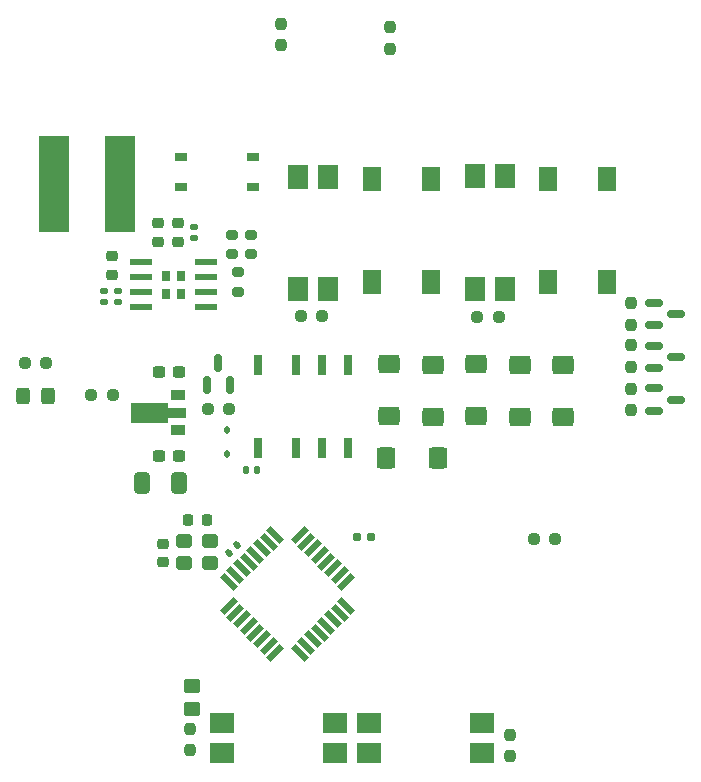
<source format=gbr>
%TF.GenerationSoftware,KiCad,Pcbnew,8.0.2*%
%TF.CreationDate,2024-08-03T08:51:49+02:00*%
%TF.ProjectId,BloX_ABC_MkII,426c6f58-5f41-4424-935f-4d6b49492e6b,rev?*%
%TF.SameCoordinates,Original*%
%TF.FileFunction,Paste,Top*%
%TF.FilePolarity,Positive*%
%FSLAX46Y46*%
G04 Gerber Fmt 4.6, Leading zero omitted, Abs format (unit mm)*
G04 Created by KiCad (PCBNEW 8.0.2) date 2024-08-03 08:51:49*
%MOMM*%
%LPD*%
G01*
G04 APERTURE LIST*
G04 Aperture macros list*
%AMRoundRect*
0 Rectangle with rounded corners*
0 $1 Rounding radius*
0 $2 $3 $4 $5 $6 $7 $8 $9 X,Y pos of 4 corners*
0 Add a 4 corners polygon primitive as box body*
4,1,4,$2,$3,$4,$5,$6,$7,$8,$9,$2,$3,0*
0 Add four circle primitives for the rounded corners*
1,1,$1+$1,$2,$3*
1,1,$1+$1,$4,$5*
1,1,$1+$1,$6,$7*
1,1,$1+$1,$8,$9*
0 Add four rect primitives between the rounded corners*
20,1,$1+$1,$2,$3,$4,$5,0*
20,1,$1+$1,$4,$5,$6,$7,0*
20,1,$1+$1,$6,$7,$8,$9,0*
20,1,$1+$1,$8,$9,$2,$3,0*%
%AMRotRect*
0 Rectangle, with rotation*
0 The origin of the aperture is its center*
0 $1 length*
0 $2 width*
0 $3 Rotation angle, in degrees counterclockwise*
0 Add horizontal line*
21,1,$1,$2,0,0,$3*%
%AMFreePoly0*
4,1,9,3.862500,-0.866500,0.737500,-0.866500,0.737500,-0.450000,-0.737500,-0.450000,-0.737500,0.450000,0.737500,0.450000,0.737500,0.866500,3.862500,0.866500,3.862500,-0.866500,3.862500,-0.866500,$1*%
G04 Aperture macros list end*
%ADD10R,2.600000X8.200000*%
%ADD11RoundRect,0.237500X0.250000X0.237500X-0.250000X0.237500X-0.250000X-0.237500X0.250000X-0.237500X0*%
%ADD12R,2.000000X1.780000*%
%ADD13RoundRect,0.140000X-0.170000X0.140000X-0.170000X-0.140000X0.170000X-0.140000X0.170000X0.140000X0*%
%ADD14RoundRect,0.200000X0.275000X-0.200000X0.275000X0.200000X-0.275000X0.200000X-0.275000X-0.200000X0*%
%ADD15RoundRect,0.237500X-0.237500X0.250000X-0.237500X-0.250000X0.237500X-0.250000X0.237500X0.250000X0*%
%ADD16RoundRect,0.285714X-0.514286X-0.614286X0.514286X-0.614286X0.514286X0.614286X-0.514286X0.614286X0*%
%ADD17RoundRect,0.285714X0.614286X-0.514286X0.614286X0.514286X-0.614286X0.514286X-0.614286X-0.514286X0*%
%ADD18R,1.300000X0.900000*%
%ADD19FreePoly0,180.000000*%
%ADD20RoundRect,0.237500X0.237500X-0.250000X0.237500X0.250000X-0.237500X0.250000X-0.237500X-0.250000X0*%
%ADD21R,1.780000X2.000000*%
%ADD22RoundRect,0.237500X0.300000X0.237500X-0.300000X0.237500X-0.300000X-0.237500X0.300000X-0.237500X0*%
%ADD23RoundRect,0.150000X-0.587500X-0.150000X0.587500X-0.150000X0.587500X0.150000X-0.587500X0.150000X0*%
%ADD24RoundRect,0.250000X0.412500X0.650000X-0.412500X0.650000X-0.412500X-0.650000X0.412500X-0.650000X0*%
%ADD25RoundRect,0.225000X-0.225000X-0.250000X0.225000X-0.250000X0.225000X0.250000X-0.225000X0.250000X0*%
%ADD26RoundRect,0.160000X0.197500X0.160000X-0.197500X0.160000X-0.197500X-0.160000X0.197500X-0.160000X0*%
%ADD27RotRect,1.600000X0.550000X315.000000*%
%ADD28RotRect,1.600000X0.550000X45.000000*%
%ADD29RoundRect,0.140000X0.140000X0.170000X-0.140000X0.170000X-0.140000X-0.170000X0.140000X-0.170000X0*%
%ADD30RoundRect,0.237500X-0.250000X-0.237500X0.250000X-0.237500X0.250000X0.237500X-0.250000X0.237500X0*%
%ADD31RoundRect,0.250000X0.325000X0.450000X-0.325000X0.450000X-0.325000X-0.450000X0.325000X-0.450000X0*%
%ADD32RoundRect,0.285714X-0.614286X0.514286X-0.614286X-0.514286X0.614286X-0.514286X0.614286X0.514286X0*%
%ADD33RoundRect,0.225000X-0.250000X0.225000X-0.250000X-0.225000X0.250000X-0.225000X0.250000X0.225000X0*%
%ADD34RoundRect,0.200000X-0.275000X0.200000X-0.275000X-0.200000X0.275000X-0.200000X0.275000X0.200000X0*%
%ADD35RoundRect,0.112500X0.112500X-0.187500X0.112500X0.187500X-0.112500X0.187500X-0.112500X-0.187500X0*%
%ADD36R,1.910000X0.610000*%
%ADD37R,0.723000X0.930000*%
%ADD38R,0.800000X1.800000*%
%ADD39RoundRect,0.225000X0.250000X-0.225000X0.250000X0.225000X-0.250000X0.225000X-0.250000X-0.225000X0*%
%ADD40RoundRect,0.140000X0.021213X-0.219203X0.219203X-0.021213X-0.021213X0.219203X-0.219203X0.021213X0*%
%ADD41RoundRect,0.300000X0.400000X0.300000X-0.400000X0.300000X-0.400000X-0.300000X0.400000X-0.300000X0*%
%ADD42R,1.500000X2.000000*%
%ADD43RoundRect,0.150000X0.150000X-0.587500X0.150000X0.587500X-0.150000X0.587500X-0.150000X-0.587500X0*%
%ADD44R,1.000000X0.800000*%
%ADD45RoundRect,0.250000X-0.450000X0.350000X-0.450000X-0.350000X0.450000X-0.350000X0.450000X0.350000X0*%
G04 APERTURE END LIST*
D10*
%TO.C,L901*%
X80385000Y-75184000D03*
X85985000Y-75184000D03*
%TD*%
D11*
%TO.C,R501*%
X95249500Y-94163000D03*
X93424500Y-94163000D03*
%TD*%
D12*
%TO.C,U2*%
X116652000Y-123317000D03*
X116652000Y-120777000D03*
X107122000Y-120777000D03*
X107122000Y-123317000D03*
%TD*%
D13*
%TO.C,C906*%
X92282500Y-78770000D03*
X92282500Y-79730000D03*
%TD*%
D14*
%TO.C,R903*%
X95457500Y-81089000D03*
X95457500Y-79439000D03*
%TD*%
D15*
%TO.C,R802*%
X108875000Y-61877000D03*
X108875000Y-63702000D03*
%TD*%
D16*
%TO.C,D504*%
X108567000Y-98330000D03*
X112967000Y-98330000D03*
%TD*%
D17*
%TO.C,D506*%
X112500000Y-94865000D03*
X112500000Y-90465000D03*
%TD*%
D18*
%TO.C,U301*%
X90932000Y-96012000D03*
D19*
X90844500Y-94512000D03*
D18*
X90932000Y-93012000D03*
%TD*%
D20*
%TO.C,R803*%
X129264000Y-87084500D03*
X129264000Y-85259500D03*
%TD*%
D21*
%TO.C,U402*%
X116078000Y-84013000D03*
X118618000Y-84013000D03*
X118618000Y-74483000D03*
X116078000Y-74483000D03*
%TD*%
D22*
%TO.C,C301*%
X91006000Y-91059000D03*
X89281000Y-91059000D03*
%TD*%
D23*
%TO.C,Q803*%
X131191000Y-92461000D03*
X131191000Y-94361000D03*
X133066000Y-93411000D03*
%TD*%
D24*
%TO.C,C303*%
X90970500Y-100457000D03*
X87845500Y-100457000D03*
%TD*%
D25*
%TO.C,C201*%
X91798000Y-103623000D03*
X93348000Y-103623000D03*
%TD*%
D26*
%TO.C,R202*%
X107277500Y-105029000D03*
X106082500Y-105029000D03*
%TD*%
D27*
%TO.C,U202*%
X99177695Y-104869897D03*
X98612010Y-105435583D03*
X98046324Y-106001268D03*
X97480639Y-106566953D03*
X96914953Y-107132639D03*
X96349268Y-107698324D03*
X95783583Y-108264010D03*
X95217897Y-108829695D03*
D28*
X95217897Y-110880305D03*
X95783583Y-111445990D03*
X96349268Y-112011676D03*
X96914953Y-112577361D03*
X97480639Y-113143047D03*
X98046324Y-113708732D03*
X98612010Y-114274417D03*
X99177695Y-114840103D03*
D27*
X101228305Y-114840103D03*
X101793990Y-114274417D03*
X102359676Y-113708732D03*
X102925361Y-113143047D03*
X103491047Y-112577361D03*
X104056732Y-112011676D03*
X104622417Y-111445990D03*
X105188103Y-110880305D03*
D28*
X105188103Y-108829695D03*
X104622417Y-108264010D03*
X104056732Y-107698324D03*
X103491047Y-107132639D03*
X102925361Y-106566953D03*
X102359676Y-106001268D03*
X101793990Y-105435583D03*
X101228305Y-104869897D03*
%TD*%
D29*
%TO.C,C501*%
X97611000Y-99370000D03*
X96651000Y-99370000D03*
%TD*%
D30*
%TO.C,R203*%
X83587500Y-93000000D03*
X85412500Y-93000000D03*
%TD*%
D31*
%TO.C,D201*%
X79892000Y-93091000D03*
X77842000Y-93091000D03*
%TD*%
D13*
%TO.C,C903*%
X84662500Y-84201000D03*
X84662500Y-85161000D03*
%TD*%
D32*
%TO.C,D507*%
X108817000Y-90365000D03*
X108817000Y-94765000D03*
%TD*%
D20*
%TO.C,R2*%
X91948000Y-123086500D03*
X91948000Y-121261500D03*
%TD*%
D33*
%TO.C,C203*%
X89652000Y-105610000D03*
X89652000Y-107160000D03*
%TD*%
D11*
%TO.C,R401*%
X118077500Y-86426000D03*
X116252500Y-86426000D03*
%TD*%
D34*
%TO.C,R901*%
X97108500Y-79439000D03*
X97108500Y-81089000D03*
%TD*%
D23*
%TO.C,Q801*%
X131191000Y-85222000D03*
X131191000Y-87122000D03*
X133066000Y-86172000D03*
%TD*%
D35*
%TO.C,D505*%
X95099000Y-98041000D03*
X95099000Y-95941000D03*
%TD*%
D36*
%TO.C,U901*%
X87757000Y-81788000D03*
X87757000Y-83058000D03*
X87757000Y-84328000D03*
X87757000Y-85598000D03*
X93317000Y-85598000D03*
X93317000Y-84328000D03*
X93317000Y-83058000D03*
X93317000Y-81788000D03*
D37*
X89934500Y-82918000D03*
X89934500Y-84468000D03*
X91139500Y-82918000D03*
X91139500Y-84468000D03*
%TD*%
D13*
%TO.C,C902*%
X85805500Y-84201000D03*
X85805500Y-85161000D03*
%TD*%
D17*
%TO.C,D502*%
X119866000Y-94865000D03*
X119866000Y-90465000D03*
%TD*%
D38*
%TO.C,K501*%
X97700000Y-97480000D03*
X100900000Y-97480000D03*
X103100000Y-97480000D03*
X105300000Y-97480000D03*
X105300000Y-90480000D03*
X103100000Y-90480000D03*
X100900000Y-90480000D03*
X97700000Y-90480000D03*
%TD*%
D39*
%TO.C,C901*%
X85297500Y-82817000D03*
X85297500Y-81267000D03*
%TD*%
D34*
%TO.C,R902*%
X95965500Y-82614000D03*
X95965500Y-84264000D03*
%TD*%
D12*
%TO.C,U1*%
X94676000Y-120777000D03*
X94676000Y-123317000D03*
X104206000Y-123317000D03*
X104206000Y-120777000D03*
%TD*%
D15*
%TO.C,R1*%
X118999000Y-121769500D03*
X118999000Y-123594500D03*
%TD*%
D22*
%TO.C,C302*%
X91032500Y-98171000D03*
X89307500Y-98171000D03*
%TD*%
D40*
%TO.C,C202*%
X95240000Y-106385000D03*
X95918822Y-105706178D03*
%TD*%
D41*
%TO.C,Y201*%
X93630000Y-105374000D03*
X91430000Y-105374000D03*
X91430000Y-107274000D03*
X93630000Y-107274000D03*
%TD*%
D42*
%TO.C,D401*%
X127214000Y-74751000D03*
X122214000Y-74751000D03*
X122214000Y-83491000D03*
X127214000Y-83491000D03*
%TD*%
D11*
%TO.C,R301*%
X103147500Y-86360000D03*
X101322500Y-86360000D03*
%TD*%
D15*
%TO.C,R801*%
X99615000Y-61599500D03*
X99615000Y-63424500D03*
%TD*%
D43*
%TO.C,Q501*%
X93387000Y-92179500D03*
X95287000Y-92179500D03*
X94337000Y-90304500D03*
%TD*%
D33*
%TO.C,C904*%
X90900500Y-78473000D03*
X90900500Y-80023000D03*
%TD*%
D21*
%TO.C,U302*%
X101092000Y-84079000D03*
X103632000Y-84079000D03*
X103632000Y-74549000D03*
X101092000Y-74549000D03*
%TD*%
D23*
%TO.C,Q802*%
X131191000Y-88833000D03*
X131191000Y-90733000D03*
X133066000Y-89783000D03*
%TD*%
D20*
%TO.C,R805*%
X129264000Y-94323500D03*
X129264000Y-92498500D03*
%TD*%
D44*
%TO.C,D701*%
X97309000Y-75438000D03*
X97309000Y-72898000D03*
X91159000Y-72898000D03*
X91159000Y-75438000D03*
%TD*%
D20*
%TO.C,R804*%
X129264000Y-90640500D03*
X129264000Y-88815500D03*
%TD*%
D32*
%TO.C,D501*%
X123549000Y-90492000D03*
X123549000Y-94892000D03*
%TD*%
D30*
%TO.C,R204*%
X121058300Y-105206800D03*
X122883300Y-105206800D03*
%TD*%
D45*
%TO.C,R3*%
X92075000Y-117618000D03*
X92075000Y-119618000D03*
%TD*%
D11*
%TO.C,R201*%
X79779500Y-90297000D03*
X77954500Y-90297000D03*
%TD*%
D33*
%TO.C,C905*%
X89234500Y-78473000D03*
X89234500Y-80023000D03*
%TD*%
D32*
%TO.C,D503*%
X116183000Y-90365000D03*
X116183000Y-94765000D03*
%TD*%
D42*
%TO.C,D301*%
X112355000Y-74751000D03*
X107355000Y-74751000D03*
X107355000Y-83491000D03*
X112355000Y-83491000D03*
%TD*%
M02*

</source>
